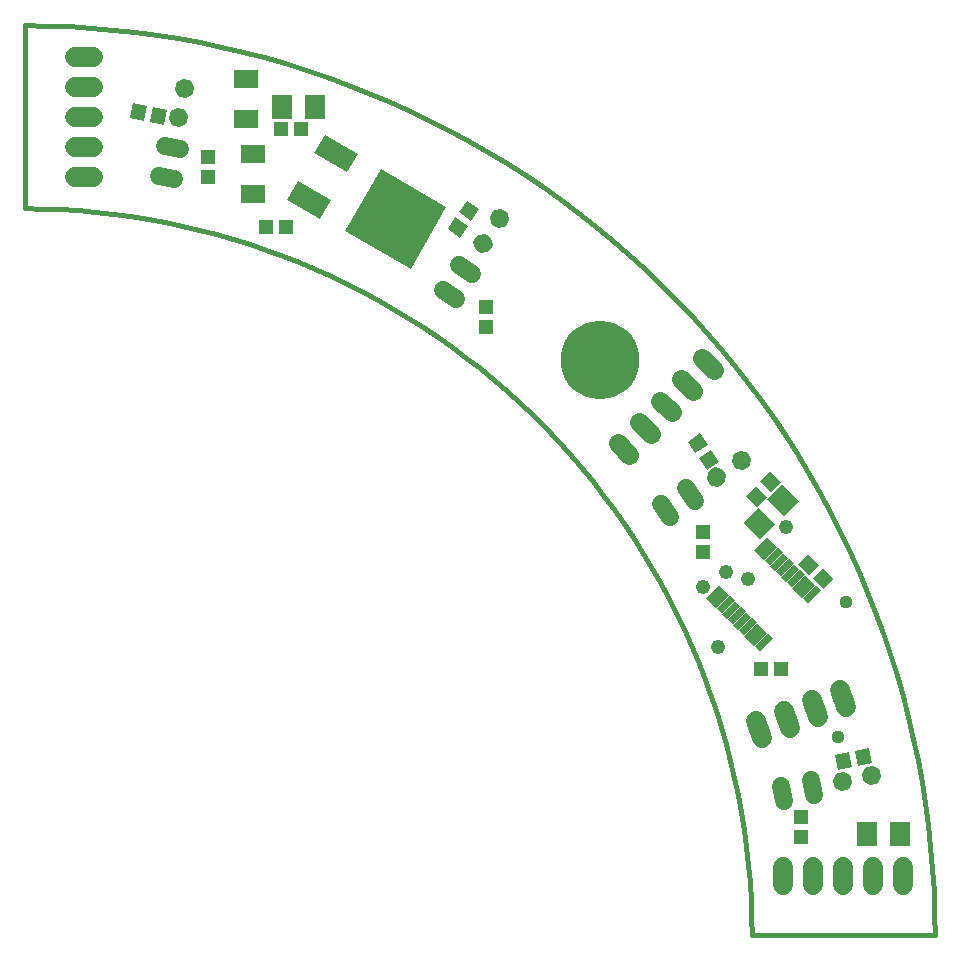
<source format=gts>
G75*
%MOIN*%
%OFA0B0*%
%FSLAX25Y25*%
%IPPOS*%
%LPD*%
%AMOC8*
5,1,8,0,0,1.08239X$1,22.5*
%
%ADD10C,0.01600*%
%ADD11C,0.01200*%
%ADD12R,0.04737X0.05131*%
%ADD13C,0.06000*%
%ADD14R,0.05131X0.04737*%
%ADD15R,0.23635X0.25209*%
%ADD16R,0.07099X0.12611*%
%ADD17R,0.07887X0.06312*%
%ADD18R,0.07099X0.07887*%
%ADD19R,0.06115X0.02375*%
%ADD20R,0.07099X0.07898*%
%ADD21C,0.06800*%
%ADD22C,0.06400*%
%ADD23C,0.26200*%
%ADD24C,0.04762*%
%ADD25C,0.04369*%
D10*
X0050737Y0333847D02*
X0058061Y0333758D01*
X0065381Y0333493D01*
X0072693Y0333051D01*
X0079991Y0332432D01*
X0087273Y0331637D01*
X0094533Y0330666D01*
X0101768Y0329520D01*
X0108973Y0328200D01*
X0116143Y0326706D01*
X0123276Y0325039D01*
X0130366Y0323200D01*
X0137410Y0321191D01*
X0144403Y0319012D01*
X0151342Y0316664D01*
X0158221Y0314150D01*
X0165038Y0311470D01*
X0171788Y0308626D01*
X0178468Y0305620D01*
X0185073Y0302453D01*
X0191599Y0299128D01*
X0198043Y0295645D01*
X0204402Y0292009D01*
X0210670Y0288219D01*
X0216845Y0284279D01*
X0222923Y0280192D01*
X0228901Y0275958D01*
X0234774Y0271581D01*
X0240540Y0267064D01*
X0246195Y0262409D01*
X0251736Y0257618D01*
X0257160Y0252695D01*
X0262463Y0247642D01*
X0267642Y0242463D01*
X0272695Y0237160D01*
X0277618Y0231736D01*
X0282409Y0226195D01*
X0287064Y0220540D01*
X0291581Y0214774D01*
X0295958Y0208901D01*
X0300192Y0202923D01*
X0304279Y0196845D01*
X0308219Y0190670D01*
X0312009Y0184402D01*
X0315645Y0178043D01*
X0319128Y0171599D01*
X0322453Y0165073D01*
X0325620Y0158468D01*
X0328626Y0151788D01*
X0331470Y0145038D01*
X0334150Y0138221D01*
X0336664Y0131342D01*
X0339012Y0124403D01*
X0341191Y0117410D01*
X0343200Y0110366D01*
X0345039Y0103276D01*
X0346706Y0096143D01*
X0348200Y0088973D01*
X0349520Y0081768D01*
X0350666Y0074533D01*
X0351637Y0067273D01*
X0352432Y0059991D01*
X0353051Y0052693D01*
X0353493Y0045381D01*
X0353758Y0038061D01*
X0353847Y0030737D01*
X0292824Y0030737D01*
X0292753Y0036587D01*
X0292541Y0042433D01*
X0292188Y0048273D01*
X0291694Y0054102D01*
X0291059Y0059917D01*
X0290284Y0065716D01*
X0289368Y0071494D01*
X0288314Y0077248D01*
X0287121Y0082976D01*
X0285789Y0088672D01*
X0284321Y0094335D01*
X0282716Y0099961D01*
X0280975Y0105546D01*
X0279101Y0111088D01*
X0277092Y0116582D01*
X0274952Y0122027D01*
X0272680Y0127418D01*
X0270279Y0132753D01*
X0267750Y0138028D01*
X0265094Y0143240D01*
X0262313Y0148387D01*
X0259409Y0153465D01*
X0256382Y0158472D01*
X0253236Y0163404D01*
X0249971Y0168258D01*
X0246589Y0173032D01*
X0243094Y0177723D01*
X0239486Y0182328D01*
X0235768Y0186845D01*
X0231942Y0191270D01*
X0228010Y0195602D01*
X0223974Y0199838D01*
X0219838Y0203974D01*
X0215602Y0208010D01*
X0211270Y0211942D01*
X0206845Y0215768D01*
X0202328Y0219486D01*
X0197723Y0223094D01*
X0193032Y0226589D01*
X0188258Y0229971D01*
X0183404Y0233236D01*
X0178472Y0236382D01*
X0173465Y0239409D01*
X0168387Y0242313D01*
X0163240Y0245094D01*
X0158028Y0247750D01*
X0152753Y0250279D01*
X0147418Y0252680D01*
X0142027Y0254952D01*
X0136582Y0257092D01*
X0131088Y0259101D01*
X0125546Y0260975D01*
X0119961Y0262716D01*
X0114335Y0264321D01*
X0108672Y0265789D01*
X0102976Y0267121D01*
X0097248Y0268314D01*
X0091494Y0269368D01*
X0085716Y0270284D01*
X0079917Y0271059D01*
X0074102Y0271694D01*
X0068273Y0272188D01*
X0062433Y0272541D01*
X0056587Y0272753D01*
X0050737Y0272824D01*
X0050737Y0333847D01*
D11*
X0100920Y0301559D02*
X0100320Y0300959D01*
X0099217Y0302613D01*
X0099607Y0304562D01*
X0101261Y0305665D01*
X0103210Y0305275D01*
X0104313Y0303621D01*
X0103923Y0301672D01*
X0102269Y0300569D01*
X0100320Y0300959D01*
X0100863Y0301768D01*
X0100173Y0302802D01*
X0100416Y0304019D01*
X0101450Y0304709D01*
X0102667Y0304466D01*
X0103357Y0303432D01*
X0103114Y0302215D01*
X0102080Y0301525D01*
X0100863Y0301768D01*
X0101405Y0302578D01*
X0101129Y0302992D01*
X0101226Y0303477D01*
X0101640Y0303753D01*
X0102125Y0303656D01*
X0102401Y0303242D01*
X0102304Y0302757D01*
X0101890Y0302481D01*
X0101405Y0302578D01*
X0102880Y0311366D02*
X0102280Y0310766D01*
X0101177Y0312420D01*
X0101567Y0314369D01*
X0103221Y0315472D01*
X0105170Y0315082D01*
X0106273Y0313428D01*
X0105883Y0311479D01*
X0104229Y0310376D01*
X0102280Y0310766D01*
X0102823Y0311575D01*
X0102133Y0312609D01*
X0102376Y0313826D01*
X0103410Y0314516D01*
X0104627Y0314273D01*
X0105317Y0313239D01*
X0105074Y0312022D01*
X0104040Y0311332D01*
X0102823Y0311575D01*
X0103365Y0312385D01*
X0103089Y0312799D01*
X0103186Y0313284D01*
X0103600Y0313560D01*
X0104085Y0313463D01*
X0104361Y0313049D01*
X0104264Y0312564D01*
X0103850Y0312288D01*
X0103365Y0312385D01*
X0201759Y0260220D02*
X0201159Y0259620D01*
X0200769Y0261569D01*
X0201872Y0263223D01*
X0203821Y0263613D01*
X0205475Y0262510D01*
X0205865Y0260561D01*
X0204762Y0258907D01*
X0202813Y0258517D01*
X0201159Y0259620D01*
X0201969Y0260162D01*
X0201725Y0261380D01*
X0202414Y0262413D01*
X0203632Y0262657D01*
X0204665Y0261968D01*
X0204909Y0260750D01*
X0204220Y0259717D01*
X0203002Y0259473D01*
X0201969Y0260162D01*
X0202778Y0260704D01*
X0202681Y0261191D01*
X0202956Y0261604D01*
X0203443Y0261701D01*
X0203856Y0261426D01*
X0203953Y0260939D01*
X0203678Y0260526D01*
X0203191Y0260429D01*
X0202778Y0260704D01*
X0207308Y0268540D02*
X0206708Y0267940D01*
X0206318Y0269889D01*
X0207421Y0271543D01*
X0209370Y0271933D01*
X0211024Y0270830D01*
X0211414Y0268881D01*
X0210311Y0267227D01*
X0208362Y0266837D01*
X0206708Y0267940D01*
X0207518Y0268482D01*
X0207274Y0269700D01*
X0207963Y0270733D01*
X0209181Y0270977D01*
X0210214Y0270288D01*
X0210458Y0269070D01*
X0209769Y0268037D01*
X0208551Y0267793D01*
X0207518Y0268482D01*
X0208327Y0269024D01*
X0208230Y0269511D01*
X0208505Y0269924D01*
X0208992Y0270021D01*
X0209405Y0269746D01*
X0209502Y0269259D01*
X0209227Y0268846D01*
X0208740Y0268749D01*
X0208327Y0269024D01*
X0287433Y0188964D02*
X0286833Y0188364D01*
X0287219Y0190314D01*
X0288871Y0191420D01*
X0290821Y0191034D01*
X0291927Y0189382D01*
X0291541Y0187432D01*
X0289889Y0186326D01*
X0287939Y0186712D01*
X0286833Y0188364D01*
X0287789Y0188555D01*
X0288030Y0189774D01*
X0289062Y0190464D01*
X0290281Y0190223D01*
X0290971Y0189191D01*
X0290730Y0187972D01*
X0289698Y0187282D01*
X0288479Y0187523D01*
X0287789Y0188555D01*
X0288744Y0188746D01*
X0288841Y0189233D01*
X0289253Y0189509D01*
X0289740Y0189412D01*
X0290016Y0189000D01*
X0289919Y0188513D01*
X0289507Y0188237D01*
X0289020Y0188334D01*
X0288744Y0188746D01*
X0279123Y0183401D02*
X0278523Y0182801D01*
X0278909Y0184751D01*
X0280561Y0185857D01*
X0282511Y0185471D01*
X0283617Y0183819D01*
X0283231Y0181869D01*
X0281579Y0180763D01*
X0279629Y0181149D01*
X0278523Y0182801D01*
X0279479Y0182992D01*
X0279720Y0184211D01*
X0280752Y0184901D01*
X0281971Y0184660D01*
X0282661Y0183628D01*
X0282420Y0182409D01*
X0281388Y0181719D01*
X0280169Y0181960D01*
X0279479Y0182992D01*
X0280434Y0183183D01*
X0280531Y0183670D01*
X0280943Y0183946D01*
X0281430Y0183849D01*
X0281706Y0183437D01*
X0281609Y0182950D01*
X0281197Y0182674D01*
X0280710Y0182771D01*
X0280434Y0183183D01*
X0330976Y0083629D02*
X0330376Y0084229D01*
X0331479Y0085883D01*
X0333428Y0086273D01*
X0335082Y0085170D01*
X0335472Y0083221D01*
X0334369Y0081567D01*
X0332420Y0081177D01*
X0330766Y0082280D01*
X0330376Y0084229D01*
X0331332Y0084040D01*
X0332022Y0085074D01*
X0333239Y0085317D01*
X0334273Y0084627D01*
X0334516Y0083410D01*
X0333826Y0082376D01*
X0332609Y0082133D01*
X0331575Y0082823D01*
X0331332Y0084040D01*
X0332288Y0083850D01*
X0332564Y0084264D01*
X0333049Y0084361D01*
X0333463Y0084085D01*
X0333560Y0083600D01*
X0333284Y0083186D01*
X0332799Y0083089D01*
X0332385Y0083365D01*
X0332288Y0083850D01*
X0321169Y0081669D02*
X0320569Y0082269D01*
X0321672Y0083923D01*
X0323621Y0084313D01*
X0325275Y0083210D01*
X0325665Y0081261D01*
X0324562Y0079607D01*
X0322613Y0079217D01*
X0320959Y0080320D01*
X0320569Y0082269D01*
X0321525Y0082080D01*
X0322215Y0083114D01*
X0323432Y0083357D01*
X0324466Y0082667D01*
X0324709Y0081450D01*
X0324019Y0080416D01*
X0322802Y0080173D01*
X0321768Y0080863D01*
X0321525Y0082080D01*
X0322481Y0081890D01*
X0322757Y0082304D01*
X0323242Y0082401D01*
X0323656Y0082125D01*
X0323753Y0081640D01*
X0323477Y0081226D01*
X0322992Y0081129D01*
X0322578Y0081405D01*
X0322481Y0081890D01*
D12*
G36*
X0320694Y0090695D02*
X0325337Y0091623D01*
X0326342Y0086593D01*
X0321699Y0085665D01*
X0320694Y0090695D01*
G37*
G36*
X0327258Y0092007D02*
X0331901Y0092935D01*
X0332906Y0087905D01*
X0328263Y0086977D01*
X0327258Y0092007D01*
G37*
G36*
X0297922Y0176795D02*
X0294573Y0173446D01*
X0290946Y0177073D01*
X0294295Y0180422D01*
X0297922Y0176795D01*
G37*
G36*
X0302654Y0181527D02*
X0299305Y0178178D01*
X0295678Y0181805D01*
X0299027Y0185154D01*
X0302654Y0181527D01*
G37*
G36*
X0277848Y0185625D02*
X0275214Y0189559D01*
X0279476Y0192413D01*
X0282110Y0188479D01*
X0277848Y0185625D01*
G37*
G36*
X0274124Y0191187D02*
X0271490Y0195121D01*
X0275752Y0197975D01*
X0278386Y0194041D01*
X0274124Y0191187D01*
G37*
G36*
X0191496Y0265970D02*
X0194123Y0269909D01*
X0198390Y0267062D01*
X0195763Y0263123D01*
X0191496Y0265970D01*
G37*
G36*
X0195210Y0271538D02*
X0197837Y0275477D01*
X0202104Y0272630D01*
X0199477Y0268691D01*
X0195210Y0271538D01*
G37*
G36*
X0096907Y0300674D02*
X0092262Y0301594D01*
X0093259Y0306626D01*
X0097904Y0305706D01*
X0096907Y0300674D01*
G37*
G36*
X0090341Y0301974D02*
X0085696Y0302894D01*
X0086693Y0307926D01*
X0091338Y0307006D01*
X0090341Y0301974D01*
G37*
D13*
X0097199Y0293512D02*
X0102298Y0292493D01*
X0100338Y0282687D02*
X0095239Y0283706D01*
X0189855Y0245579D02*
X0194181Y0242694D01*
X0199729Y0251013D02*
X0195403Y0253898D01*
X0271005Y0179734D02*
X0273897Y0175413D01*
X0265588Y0169850D02*
X0262695Y0174171D01*
X0312493Y0082298D02*
X0313512Y0077199D01*
X0303706Y0075239D02*
X0302687Y0080338D01*
D14*
X0309300Y0070146D03*
X0309300Y0063454D03*
X0302646Y0119300D03*
X0295954Y0119300D03*
G36*
X0316805Y0145946D02*
X0313178Y0149573D01*
X0316527Y0152922D01*
X0320154Y0149295D01*
X0316805Y0145946D01*
G37*
G36*
X0312073Y0150678D02*
X0308446Y0154305D01*
X0311795Y0157654D01*
X0315422Y0154027D01*
X0312073Y0150678D01*
G37*
X0276800Y0158454D03*
X0276800Y0165146D03*
X0204300Y0233454D03*
X0204300Y0240146D03*
X0142646Y0299300D03*
X0135954Y0299300D03*
X0111800Y0290146D03*
X0111800Y0283454D03*
X0130954Y0266800D03*
X0137646Y0266800D03*
D15*
G36*
X0157477Y0265369D02*
X0169294Y0285835D01*
X0191123Y0273231D01*
X0179306Y0252765D01*
X0157477Y0265369D01*
G37*
D16*
G36*
X0138087Y0275721D02*
X0141636Y0281869D01*
X0152555Y0275565D01*
X0149006Y0269417D01*
X0138087Y0275721D01*
G37*
G36*
X0147083Y0291303D02*
X0150632Y0297451D01*
X0161551Y0291147D01*
X0158002Y0284999D01*
X0147083Y0291303D01*
G37*
D17*
X0126800Y0290993D03*
X0124300Y0302607D03*
X0124300Y0315993D03*
X0126800Y0277607D03*
D18*
X0136288Y0306800D03*
X0147312Y0306800D03*
X0331288Y0064300D03*
X0342312Y0064300D03*
D19*
G36*
X0293939Y0126831D02*
X0298261Y0131153D01*
X0299939Y0129475D01*
X0295617Y0125153D01*
X0293939Y0126831D01*
G37*
G36*
X0292130Y0128641D02*
X0296452Y0132963D01*
X0298130Y0131285D01*
X0293808Y0126963D01*
X0292130Y0128641D01*
G37*
G36*
X0290320Y0130451D02*
X0294642Y0134773D01*
X0296320Y0133095D01*
X0291998Y0128773D01*
X0290320Y0130451D01*
G37*
G36*
X0288511Y0132260D02*
X0292833Y0136582D01*
X0294511Y0134904D01*
X0290189Y0130582D01*
X0288511Y0132260D01*
G37*
G36*
X0286701Y0134070D02*
X0291023Y0138392D01*
X0292701Y0136714D01*
X0288379Y0132392D01*
X0286701Y0134070D01*
G37*
G36*
X0284892Y0135879D02*
X0289214Y0140201D01*
X0290892Y0138523D01*
X0286570Y0134201D01*
X0284892Y0135879D01*
G37*
G36*
X0283082Y0137689D02*
X0287404Y0142011D01*
X0289082Y0140333D01*
X0284760Y0136011D01*
X0283082Y0137689D01*
G37*
G36*
X0281273Y0139498D02*
X0285595Y0143820D01*
X0287273Y0142142D01*
X0282951Y0137820D01*
X0281273Y0139498D01*
G37*
G36*
X0279463Y0141308D02*
X0283785Y0145630D01*
X0285463Y0143952D01*
X0281141Y0139630D01*
X0279463Y0141308D01*
G37*
G36*
X0277653Y0143117D02*
X0281975Y0147439D01*
X0283653Y0145761D01*
X0279331Y0141439D01*
X0277653Y0143117D01*
G37*
G36*
X0293661Y0159125D02*
X0297983Y0163447D01*
X0299661Y0161769D01*
X0295339Y0157447D01*
X0293661Y0159125D01*
G37*
G36*
X0295470Y0157315D02*
X0299792Y0161637D01*
X0301470Y0159959D01*
X0297148Y0155637D01*
X0295470Y0157315D01*
G37*
G36*
X0297280Y0155505D02*
X0301602Y0159827D01*
X0303280Y0158149D01*
X0298958Y0153827D01*
X0297280Y0155505D01*
G37*
G36*
X0299089Y0153696D02*
X0303411Y0158018D01*
X0305089Y0156340D01*
X0300767Y0152018D01*
X0299089Y0153696D01*
G37*
G36*
X0300899Y0151886D02*
X0305221Y0156208D01*
X0306899Y0154530D01*
X0302577Y0150208D01*
X0300899Y0151886D01*
G37*
G36*
X0302708Y0150077D02*
X0307030Y0154399D01*
X0308708Y0152721D01*
X0304386Y0148399D01*
X0302708Y0150077D01*
G37*
G36*
X0304518Y0148267D02*
X0308840Y0152589D01*
X0310518Y0150911D01*
X0306196Y0146589D01*
X0304518Y0148267D01*
G37*
G36*
X0306327Y0146458D02*
X0310649Y0150780D01*
X0312327Y0149102D01*
X0308005Y0144780D01*
X0306327Y0146458D01*
G37*
G36*
X0308137Y0144648D02*
X0312459Y0148970D01*
X0314137Y0147292D01*
X0309815Y0142970D01*
X0308137Y0144648D01*
G37*
G36*
X0309947Y0142839D02*
X0314269Y0147161D01*
X0315947Y0145483D01*
X0311625Y0141161D01*
X0309947Y0142839D01*
G37*
D20*
G36*
X0300642Y0167559D02*
X0295623Y0162540D01*
X0290040Y0168123D01*
X0295059Y0173142D01*
X0300642Y0167559D01*
G37*
G36*
X0308560Y0175477D02*
X0303541Y0170458D01*
X0297958Y0176041D01*
X0302977Y0181060D01*
X0308560Y0175477D01*
G37*
D21*
X0322369Y0112249D02*
X0324421Y0106611D01*
X0315025Y0103191D02*
X0312972Y0108829D01*
X0303575Y0105409D02*
X0305628Y0099771D01*
X0296231Y0096351D02*
X0294179Y0101989D01*
X0303335Y0053422D02*
X0303335Y0047422D01*
X0313335Y0047422D02*
X0313335Y0053422D01*
X0323335Y0053422D02*
X0323335Y0047422D01*
X0333335Y0047422D02*
X0333335Y0053422D01*
X0343335Y0053422D02*
X0343335Y0047422D01*
X0073422Y0283335D02*
X0067422Y0283335D01*
X0067422Y0293335D02*
X0073422Y0293335D01*
X0073422Y0303335D02*
X0067422Y0303335D01*
X0067422Y0313335D02*
X0073422Y0313335D01*
X0073422Y0323335D02*
X0067422Y0323335D01*
D22*
X0248178Y0194638D02*
X0252138Y0190678D01*
X0259209Y0197749D02*
X0255249Y0201709D01*
X0262320Y0208780D02*
X0266280Y0204820D01*
X0273351Y0211891D02*
X0269391Y0215851D01*
X0276462Y0222922D02*
X0280422Y0218962D01*
D23*
X0242351Y0222351D03*
D24*
X0304300Y0166800D03*
X0291800Y0149300D03*
X0284300Y0151800D03*
X0276800Y0146800D03*
X0281800Y0126800D03*
D25*
X0321800Y0096800D03*
X0324300Y0141800D03*
M02*

</source>
